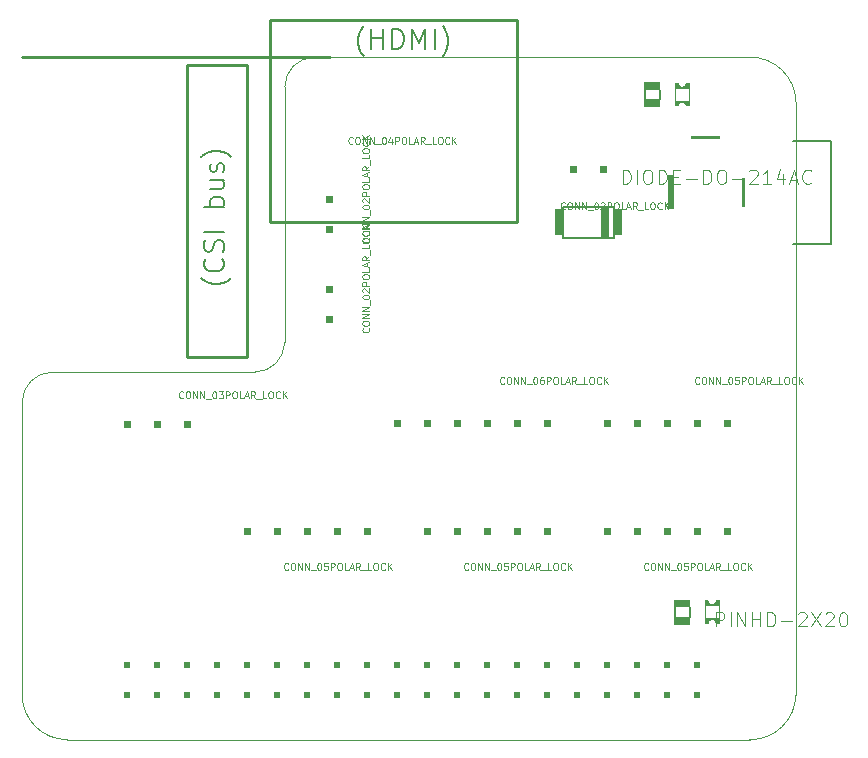
<source format=gbr>
%TF.GenerationSoftware,KiCad,Pcbnew,5.1.5+dfsg1-2~bpo10+1*%
%TF.CreationDate,2020-10-30T12:10:53+01:00*%
%TF.ProjectId,ms_auth_breakout,6d735f61-7574-4685-9f62-7265616b6f75,1.1.0*%
%TF.SameCoordinates,Original*%
%TF.FileFunction,Other,Fab,Top*%
%FSLAX46Y46*%
G04 Gerber Fmt 4.6, Leading zero omitted, Abs format (unit mm)*
G04 Created by KiCad (PCBNEW 5.1.5+dfsg1-2~bpo10+1) date 2020-10-30 12:10:53 commit 8f6b4a8*
%MOMM*%
%LPD*%
G04 APERTURE LIST*
%ADD10C,0.050000*%
%ADD11C,0.254000*%
%ADD12C,0.142240*%
%ADD13C,0.100000*%
%ADD14C,0.203200*%
%ADD15C,0.101600*%
%ADD16C,0.152400*%
%ADD17C,0.096520*%
%ADD18C,0.115824*%
G04 APERTURE END LIST*
D10*
X119557800Y-133896100D02*
G75*
G02X115747800Y-130086100I0J3810000D01*
G01*
X119557800Y-133896100D02*
X177342800Y-133896100D01*
X181254400Y-130086100D02*
G75*
G02X177342800Y-133896100I-3860800J50800D01*
G01*
X181254400Y-130086100D02*
X181254400Y-79921100D01*
X177342800Y-76111100D02*
G75*
G02X181254400Y-79921100I50800J-3860800D01*
G01*
X177342800Y-76111100D02*
X140512800Y-76111100D01*
X137972800Y-78651100D02*
G75*
G02X140512800Y-76111100I2540000J0D01*
G01*
X137972800Y-78651100D02*
X137972800Y-100241100D01*
X135432800Y-102781100D02*
G75*
G03X137972800Y-100241100I0J2540000D01*
G01*
X135432800Y-102781100D02*
X118287800Y-102781100D01*
X115747800Y-105321100D02*
G75*
G02X118287800Y-102781100I2540000J0D01*
G01*
X115747800Y-105321100D02*
X115747800Y-130086100D01*
D11*
X157657800Y-72936100D02*
X157657800Y-90081100D01*
X157657800Y-90081100D02*
X136702800Y-90081100D01*
X136702800Y-90081100D02*
X136702800Y-72936100D01*
X136702800Y-72936100D02*
X157657800Y-72936100D01*
D12*
X144665022Y-76039133D02*
X144584589Y-75958700D01*
X144423722Y-75717400D01*
X144343289Y-75556533D01*
X144262856Y-75315233D01*
X144182422Y-74913066D01*
X144182422Y-74591333D01*
X144262856Y-74189166D01*
X144343289Y-73947866D01*
X144423722Y-73787000D01*
X144584589Y-73545700D01*
X144665022Y-73465266D01*
X145308489Y-75395666D02*
X145308489Y-73706566D01*
X145308489Y-74510900D02*
X146273689Y-74510900D01*
X146273689Y-75395666D02*
X146273689Y-73706566D01*
X147078022Y-75395666D02*
X147078022Y-73706566D01*
X147480189Y-73706566D01*
X147721489Y-73787000D01*
X147882356Y-73947866D01*
X147962789Y-74108733D01*
X148043222Y-74430466D01*
X148043222Y-74671766D01*
X147962789Y-74993500D01*
X147882356Y-75154366D01*
X147721489Y-75315233D01*
X147480189Y-75395666D01*
X147078022Y-75395666D01*
X148767122Y-75395666D02*
X148767122Y-73706566D01*
X149330156Y-74913066D01*
X149893189Y-73706566D01*
X149893189Y-75395666D01*
X150697522Y-75395666D02*
X150697522Y-73706566D01*
X151340989Y-76039133D02*
X151421422Y-75958700D01*
X151582289Y-75717400D01*
X151662722Y-75556533D01*
X151743156Y-75315233D01*
X151823589Y-74913066D01*
X151823589Y-74591333D01*
X151743156Y-74189166D01*
X151662722Y-73947866D01*
X151582289Y-73787000D01*
X151421422Y-73545700D01*
X151340989Y-73465266D01*
D11*
X134797800Y-76746100D02*
X134797800Y-101511100D01*
X134797800Y-101511100D02*
X129717800Y-101511100D01*
X129717800Y-101511100D02*
X129717800Y-76746100D01*
X129717800Y-76746100D02*
X134797800Y-76746100D01*
D12*
X133455833Y-94818877D02*
X133375400Y-94899310D01*
X133134100Y-95060177D01*
X132973233Y-95140610D01*
X132731933Y-95221044D01*
X132329766Y-95301477D01*
X132008033Y-95301477D01*
X131605866Y-95221044D01*
X131364566Y-95140610D01*
X131203700Y-95060177D01*
X130962400Y-94899310D01*
X130881966Y-94818877D01*
X132651500Y-93210210D02*
X132731933Y-93290644D01*
X132812366Y-93531944D01*
X132812366Y-93692810D01*
X132731933Y-93934110D01*
X132571066Y-94094977D01*
X132410200Y-94175410D01*
X132088466Y-94255844D01*
X131847166Y-94255844D01*
X131525433Y-94175410D01*
X131364566Y-94094977D01*
X131203700Y-93934110D01*
X131123266Y-93692810D01*
X131123266Y-93531944D01*
X131203700Y-93290644D01*
X131284133Y-93210210D01*
X132731933Y-92566744D02*
X132812366Y-92325444D01*
X132812366Y-91923277D01*
X132731933Y-91762410D01*
X132651500Y-91681977D01*
X132490633Y-91601544D01*
X132329766Y-91601544D01*
X132168900Y-91681977D01*
X132088466Y-91762410D01*
X132008033Y-91923277D01*
X131927600Y-92245010D01*
X131847166Y-92405877D01*
X131766733Y-92486310D01*
X131605866Y-92566744D01*
X131445000Y-92566744D01*
X131284133Y-92486310D01*
X131203700Y-92405877D01*
X131123266Y-92245010D01*
X131123266Y-91842844D01*
X131203700Y-91601544D01*
X132812366Y-90877644D02*
X131123266Y-90877644D01*
X132812366Y-88786377D02*
X131123266Y-88786377D01*
X131766733Y-88786377D02*
X131686300Y-88625510D01*
X131686300Y-88303777D01*
X131766733Y-88142910D01*
X131847166Y-88062477D01*
X132008033Y-87982044D01*
X132490633Y-87982044D01*
X132651500Y-88062477D01*
X132731933Y-88142910D01*
X132812366Y-88303777D01*
X132812366Y-88625510D01*
X132731933Y-88786377D01*
X131686300Y-86534244D02*
X132812366Y-86534244D01*
X131686300Y-87258144D02*
X132571066Y-87258144D01*
X132731933Y-87177710D01*
X132812366Y-87016844D01*
X132812366Y-86775544D01*
X132731933Y-86614677D01*
X132651500Y-86534244D01*
X132731933Y-85810344D02*
X132812366Y-85649477D01*
X132812366Y-85327744D01*
X132731933Y-85166877D01*
X132571066Y-85086444D01*
X132490633Y-85086444D01*
X132329766Y-85166877D01*
X132249333Y-85327744D01*
X132249333Y-85569044D01*
X132168900Y-85729910D01*
X132008033Y-85810344D01*
X131927600Y-85810344D01*
X131766733Y-85729910D01*
X131686300Y-85569044D01*
X131686300Y-85327744D01*
X131766733Y-85166877D01*
X133455833Y-84523410D02*
X133375400Y-84442977D01*
X133134100Y-84282110D01*
X132973233Y-84201677D01*
X132731933Y-84121244D01*
X132329766Y-84040810D01*
X132008033Y-84040810D01*
X131605866Y-84121244D01*
X131364566Y-84201677D01*
X131203700Y-84282110D01*
X130962400Y-84442977D01*
X130881966Y-84523410D01*
D11*
X141782800Y-76111100D02*
X115747800Y-76111100D01*
D13*
G36*
X124891800Y-127292100D02*
G01*
X124383800Y-127292100D01*
X124383800Y-127800100D01*
X124891800Y-127800100D01*
X124891800Y-127292100D01*
G37*
G36*
X124891800Y-129832100D02*
G01*
X124383800Y-129832100D01*
X124383800Y-130340100D01*
X124891800Y-130340100D01*
X124891800Y-129832100D01*
G37*
G36*
X127431800Y-127292100D02*
G01*
X126923800Y-127292100D01*
X126923800Y-127800100D01*
X127431800Y-127800100D01*
X127431800Y-127292100D01*
G37*
G36*
X127431800Y-129832100D02*
G01*
X126923800Y-129832100D01*
X126923800Y-130340100D01*
X127431800Y-130340100D01*
X127431800Y-129832100D01*
G37*
G36*
X129971800Y-127292100D02*
G01*
X129463800Y-127292100D01*
X129463800Y-127800100D01*
X129971800Y-127800100D01*
X129971800Y-127292100D01*
G37*
G36*
X129971800Y-129832100D02*
G01*
X129463800Y-129832100D01*
X129463800Y-130340100D01*
X129971800Y-130340100D01*
X129971800Y-129832100D01*
G37*
G36*
X132511800Y-127292100D02*
G01*
X132003800Y-127292100D01*
X132003800Y-127800100D01*
X132511800Y-127800100D01*
X132511800Y-127292100D01*
G37*
G36*
X132511800Y-129832100D02*
G01*
X132003800Y-129832100D01*
X132003800Y-130340100D01*
X132511800Y-130340100D01*
X132511800Y-129832100D01*
G37*
G36*
X135051800Y-127292100D02*
G01*
X134543800Y-127292100D01*
X134543800Y-127800100D01*
X135051800Y-127800100D01*
X135051800Y-127292100D01*
G37*
G36*
X135051800Y-129832100D02*
G01*
X134543800Y-129832100D01*
X134543800Y-130340100D01*
X135051800Y-130340100D01*
X135051800Y-129832100D01*
G37*
G36*
X137591800Y-127292100D02*
G01*
X137083800Y-127292100D01*
X137083800Y-127800100D01*
X137591800Y-127800100D01*
X137591800Y-127292100D01*
G37*
G36*
X137591800Y-129832100D02*
G01*
X137083800Y-129832100D01*
X137083800Y-130340100D01*
X137591800Y-130340100D01*
X137591800Y-129832100D01*
G37*
G36*
X140131800Y-127292100D02*
G01*
X139623800Y-127292100D01*
X139623800Y-127800100D01*
X140131800Y-127800100D01*
X140131800Y-127292100D01*
G37*
G36*
X140131800Y-129832100D02*
G01*
X139623800Y-129832100D01*
X139623800Y-130340100D01*
X140131800Y-130340100D01*
X140131800Y-129832100D01*
G37*
G36*
X142671800Y-127292100D02*
G01*
X142163800Y-127292100D01*
X142163800Y-127800100D01*
X142671800Y-127800100D01*
X142671800Y-127292100D01*
G37*
G36*
X142671800Y-129832100D02*
G01*
X142163800Y-129832100D01*
X142163800Y-130340100D01*
X142671800Y-130340100D01*
X142671800Y-129832100D01*
G37*
G36*
X145211800Y-127292100D02*
G01*
X144703800Y-127292100D01*
X144703800Y-127800100D01*
X145211800Y-127800100D01*
X145211800Y-127292100D01*
G37*
G36*
X145211800Y-129832100D02*
G01*
X144703800Y-129832100D01*
X144703800Y-130340100D01*
X145211800Y-130340100D01*
X145211800Y-129832100D01*
G37*
G36*
X147751800Y-127292100D02*
G01*
X147243800Y-127292100D01*
X147243800Y-127800100D01*
X147751800Y-127800100D01*
X147751800Y-127292100D01*
G37*
G36*
X147751800Y-129832100D02*
G01*
X147243800Y-129832100D01*
X147243800Y-130340100D01*
X147751800Y-130340100D01*
X147751800Y-129832100D01*
G37*
G36*
X150291800Y-127292100D02*
G01*
X149783800Y-127292100D01*
X149783800Y-127800100D01*
X150291800Y-127800100D01*
X150291800Y-127292100D01*
G37*
G36*
X150291800Y-129832100D02*
G01*
X149783800Y-129832100D01*
X149783800Y-130340100D01*
X150291800Y-130340100D01*
X150291800Y-129832100D01*
G37*
G36*
X152831800Y-127292100D02*
G01*
X152323800Y-127292100D01*
X152323800Y-127800100D01*
X152831800Y-127800100D01*
X152831800Y-127292100D01*
G37*
G36*
X152831800Y-129832100D02*
G01*
X152323800Y-129832100D01*
X152323800Y-130340100D01*
X152831800Y-130340100D01*
X152831800Y-129832100D01*
G37*
G36*
X155371800Y-127292100D02*
G01*
X154863800Y-127292100D01*
X154863800Y-127800100D01*
X155371800Y-127800100D01*
X155371800Y-127292100D01*
G37*
G36*
X155371800Y-129832100D02*
G01*
X154863800Y-129832100D01*
X154863800Y-130340100D01*
X155371800Y-130340100D01*
X155371800Y-129832100D01*
G37*
G36*
X157911800Y-127292100D02*
G01*
X157403800Y-127292100D01*
X157403800Y-127800100D01*
X157911800Y-127800100D01*
X157911800Y-127292100D01*
G37*
G36*
X157911800Y-129832100D02*
G01*
X157403800Y-129832100D01*
X157403800Y-130340100D01*
X157911800Y-130340100D01*
X157911800Y-129832100D01*
G37*
G36*
X160451800Y-127292100D02*
G01*
X159943800Y-127292100D01*
X159943800Y-127800100D01*
X160451800Y-127800100D01*
X160451800Y-127292100D01*
G37*
G36*
X162991800Y-127292100D02*
G01*
X162483800Y-127292100D01*
X162483800Y-127800100D01*
X162991800Y-127800100D01*
X162991800Y-127292100D01*
G37*
G36*
X165531800Y-127292100D02*
G01*
X165023800Y-127292100D01*
X165023800Y-127800100D01*
X165531800Y-127800100D01*
X165531800Y-127292100D01*
G37*
G36*
X160451800Y-129832100D02*
G01*
X159943800Y-129832100D01*
X159943800Y-130340100D01*
X160451800Y-130340100D01*
X160451800Y-129832100D01*
G37*
G36*
X162991800Y-129832100D02*
G01*
X162483800Y-129832100D01*
X162483800Y-130340100D01*
X162991800Y-130340100D01*
X162991800Y-129832100D01*
G37*
G36*
X165531800Y-129832100D02*
G01*
X165023800Y-129832100D01*
X165023800Y-130340100D01*
X165531800Y-130340100D01*
X165531800Y-129832100D01*
G37*
G36*
X168071800Y-127292100D02*
G01*
X167563800Y-127292100D01*
X167563800Y-127800100D01*
X168071800Y-127800100D01*
X168071800Y-127292100D01*
G37*
G36*
X168071800Y-129832100D02*
G01*
X167563800Y-129832100D01*
X167563800Y-130340100D01*
X168071800Y-130340100D01*
X168071800Y-129832100D01*
G37*
G36*
X170611800Y-127292100D02*
G01*
X170103800Y-127292100D01*
X170103800Y-127800100D01*
X170611800Y-127800100D01*
X170611800Y-127292100D01*
G37*
G36*
X170611800Y-129832100D02*
G01*
X170103800Y-129832100D01*
X170103800Y-130340100D01*
X170611800Y-130340100D01*
X170611800Y-129832100D01*
G37*
G36*
X173151800Y-129832100D02*
G01*
X172643800Y-129832100D01*
X172643800Y-130340100D01*
X173151800Y-130340100D01*
X173151800Y-129832100D01*
G37*
G36*
X173151800Y-127292100D02*
G01*
X172643800Y-127292100D01*
X172643800Y-127800100D01*
X173151800Y-127800100D01*
X173151800Y-127292100D01*
G37*
G36*
X164668200Y-85928200D02*
G01*
X165252400Y-85928200D01*
X165252400Y-85344000D01*
X164668200Y-85344000D01*
X164668200Y-85928200D01*
G37*
G36*
X162128200Y-85928200D02*
G01*
X162712400Y-85928200D01*
X162712400Y-85344000D01*
X162128200Y-85344000D01*
X162128200Y-85928200D01*
G37*
G36*
X165440300Y-88856100D02*
G01*
X164765300Y-88856100D01*
X164765300Y-91306100D01*
X165440300Y-91306100D01*
X165440300Y-88856100D01*
G37*
G36*
X160865300Y-91181100D02*
G01*
X161515300Y-91181100D01*
X161515300Y-88981100D01*
X160865300Y-88981100D01*
X160865300Y-91181100D01*
G37*
G36*
X166515300Y-88981100D02*
G01*
X165865300Y-88981100D01*
X165865300Y-91181100D01*
X166515300Y-91181100D01*
X166515300Y-88981100D01*
G37*
D14*
X165840300Y-88781100D02*
X165840300Y-91381100D01*
X161540300Y-88781100D02*
X165840300Y-88781100D01*
X161540300Y-91381100D02*
X161540300Y-88781100D01*
X165840300Y-91381100D02*
X161540300Y-91381100D01*
D13*
G36*
X171002800Y-78361100D02*
G01*
X171277800Y-78361100D01*
X171277800Y-78286100D01*
X171002800Y-78286100D01*
X171002800Y-78361100D01*
G37*
G36*
X171027800Y-78786100D02*
G01*
X171327800Y-78786100D01*
X171327800Y-78486100D01*
X171027800Y-78486100D01*
X171027800Y-78786100D01*
G37*
G36*
X171427800Y-79961100D02*
G01*
X171827800Y-79961100D01*
X171827800Y-79786100D01*
X171427800Y-79786100D01*
X171427800Y-79961100D01*
G37*
G36*
X171302800Y-80036100D02*
G01*
X171452800Y-80036100D01*
X171452800Y-79786100D01*
X171302800Y-79786100D01*
X171302800Y-80036100D01*
G37*
G36*
X171802800Y-80036100D02*
G01*
X171952800Y-80036100D01*
X171952800Y-79786100D01*
X171802800Y-79786100D01*
X171802800Y-80036100D01*
G37*
G36*
X171002800Y-80286100D02*
G01*
X171327800Y-80286100D01*
X171327800Y-79786100D01*
X171002800Y-79786100D01*
X171002800Y-80286100D01*
G37*
G36*
X171927800Y-80286100D02*
G01*
X172252800Y-80286100D01*
X172252800Y-79786100D01*
X171927800Y-79786100D01*
X171927800Y-80286100D01*
G37*
G36*
X171427800Y-78786100D02*
G01*
X171827800Y-78786100D01*
X171827800Y-78611100D01*
X171427800Y-78611100D01*
X171427800Y-78786100D01*
G37*
G36*
X171802800Y-78786100D02*
G01*
X171952800Y-78786100D01*
X171952800Y-78536100D01*
X171802800Y-78536100D01*
X171802800Y-78786100D01*
G37*
G36*
X171302800Y-78786100D02*
G01*
X171452800Y-78786100D01*
X171452800Y-78536100D01*
X171302800Y-78536100D01*
X171302800Y-78786100D01*
G37*
G36*
X171927800Y-78786100D02*
G01*
X172252800Y-78786100D01*
X172252800Y-78286100D01*
X171927800Y-78286100D01*
X171927800Y-78786100D01*
G37*
D15*
X171280800Y-78436100D02*
G75*
G03X171280800Y-78436100I-103000J0D01*
G01*
X171052800Y-79786100D02*
X171052800Y-78361100D01*
X172202800Y-78761100D02*
X172202800Y-79811100D01*
X171977800Y-80236098D02*
G75*
G03X171277800Y-80236100I-350000J-26001D01*
G01*
X171977800Y-78336102D02*
G75*
G02X171277800Y-78336100I-350000J26001D01*
G01*
D13*
G36*
X173542800Y-122176100D02*
G01*
X173817800Y-122176100D01*
X173817800Y-122101100D01*
X173542800Y-122101100D01*
X173542800Y-122176100D01*
G37*
G36*
X173567800Y-122601100D02*
G01*
X173867800Y-122601100D01*
X173867800Y-122301100D01*
X173567800Y-122301100D01*
X173567800Y-122601100D01*
G37*
G36*
X173967800Y-123776100D02*
G01*
X174367800Y-123776100D01*
X174367800Y-123601100D01*
X173967800Y-123601100D01*
X173967800Y-123776100D01*
G37*
G36*
X173842800Y-123851100D02*
G01*
X173992800Y-123851100D01*
X173992800Y-123601100D01*
X173842800Y-123601100D01*
X173842800Y-123851100D01*
G37*
G36*
X174342800Y-123851100D02*
G01*
X174492800Y-123851100D01*
X174492800Y-123601100D01*
X174342800Y-123601100D01*
X174342800Y-123851100D01*
G37*
G36*
X173542800Y-124101100D02*
G01*
X173867800Y-124101100D01*
X173867800Y-123601100D01*
X173542800Y-123601100D01*
X173542800Y-124101100D01*
G37*
G36*
X174467800Y-124101100D02*
G01*
X174792800Y-124101100D01*
X174792800Y-123601100D01*
X174467800Y-123601100D01*
X174467800Y-124101100D01*
G37*
G36*
X173967800Y-122601100D02*
G01*
X174367800Y-122601100D01*
X174367800Y-122426100D01*
X173967800Y-122426100D01*
X173967800Y-122601100D01*
G37*
G36*
X174342800Y-122601100D02*
G01*
X174492800Y-122601100D01*
X174492800Y-122351100D01*
X174342800Y-122351100D01*
X174342800Y-122601100D01*
G37*
G36*
X173842800Y-122601100D02*
G01*
X173992800Y-122601100D01*
X173992800Y-122351100D01*
X173842800Y-122351100D01*
X173842800Y-122601100D01*
G37*
G36*
X174467800Y-122601100D02*
G01*
X174792800Y-122601100D01*
X174792800Y-122101100D01*
X174467800Y-122101100D01*
X174467800Y-122601100D01*
G37*
D15*
X173820800Y-122251100D02*
G75*
G03X173820800Y-122251100I-103000J0D01*
G01*
X173592800Y-123601100D02*
X173592800Y-122176100D01*
X174742800Y-122576100D02*
X174742800Y-123626100D01*
X174517800Y-124051098D02*
G75*
G03X173817800Y-124051100I-350000J-26001D01*
G01*
X174517800Y-122151102D02*
G75*
G02X173817800Y-122151100I-350000J26001D01*
G01*
D13*
G36*
X170929300Y-122034300D02*
G01*
X170929300Y-122684300D01*
X172329300Y-122684300D01*
X172329300Y-122034300D01*
X170929300Y-122034300D01*
G37*
G36*
X170929300Y-123507500D02*
G01*
X170929300Y-124157500D01*
X172329300Y-124157500D01*
X172329300Y-123507500D01*
X170929300Y-123507500D01*
G37*
D16*
X170992800Y-122691100D02*
X170992800Y-123511100D01*
X172262800Y-122691100D02*
X172262800Y-123511100D01*
D13*
G36*
X168389300Y-78219300D02*
G01*
X168389300Y-78869300D01*
X169789300Y-78869300D01*
X169789300Y-78219300D01*
X168389300Y-78219300D01*
G37*
G36*
X168389300Y-79692500D02*
G01*
X168389300Y-80342500D01*
X169789300Y-80342500D01*
X169789300Y-79692500D01*
X168389300Y-79692500D01*
G37*
D16*
X168452800Y-78876100D02*
X168452800Y-79696100D01*
X169722800Y-78876100D02*
X169722800Y-79696100D01*
D13*
G36*
X175145700Y-116535200D02*
G01*
X175729900Y-116535200D01*
X175729900Y-115951000D01*
X175145700Y-115951000D01*
X175145700Y-116535200D01*
G37*
G36*
X172605700Y-116535200D02*
G01*
X173189900Y-116535200D01*
X173189900Y-115951000D01*
X172605700Y-115951000D01*
X172605700Y-116535200D01*
G37*
G36*
X170065700Y-116535200D02*
G01*
X170649900Y-116535200D01*
X170649900Y-115951000D01*
X170065700Y-115951000D01*
X170065700Y-116535200D01*
G37*
G36*
X167525700Y-116535200D02*
G01*
X168109900Y-116535200D01*
X168109900Y-115951000D01*
X167525700Y-115951000D01*
X167525700Y-116535200D01*
G37*
G36*
X164985700Y-116535200D02*
G01*
X165569900Y-116535200D01*
X165569900Y-115951000D01*
X164985700Y-115951000D01*
X164985700Y-116535200D01*
G37*
G36*
X159905700Y-116535200D02*
G01*
X160489900Y-116535200D01*
X160489900Y-115951000D01*
X159905700Y-115951000D01*
X159905700Y-116535200D01*
G37*
G36*
X157365700Y-116535200D02*
G01*
X157949900Y-116535200D01*
X157949900Y-115951000D01*
X157365700Y-115951000D01*
X157365700Y-116535200D01*
G37*
G36*
X154825700Y-116535200D02*
G01*
X155409900Y-116535200D01*
X155409900Y-115951000D01*
X154825700Y-115951000D01*
X154825700Y-116535200D01*
G37*
G36*
X152285700Y-116535200D02*
G01*
X152869900Y-116535200D01*
X152869900Y-115951000D01*
X152285700Y-115951000D01*
X152285700Y-116535200D01*
G37*
G36*
X149745700Y-116535200D02*
G01*
X150329900Y-116535200D01*
X150329900Y-115951000D01*
X149745700Y-115951000D01*
X149745700Y-116535200D01*
G37*
G36*
X144665700Y-116535200D02*
G01*
X145249900Y-116535200D01*
X145249900Y-115951000D01*
X144665700Y-115951000D01*
X144665700Y-116535200D01*
G37*
G36*
X142125700Y-116535200D02*
G01*
X142709900Y-116535200D01*
X142709900Y-115951000D01*
X142125700Y-115951000D01*
X142125700Y-116535200D01*
G37*
G36*
X139585700Y-116535200D02*
G01*
X140169900Y-116535200D01*
X140169900Y-115951000D01*
X139585700Y-115951000D01*
X139585700Y-116535200D01*
G37*
G36*
X137045700Y-116535200D02*
G01*
X137629900Y-116535200D01*
X137629900Y-115951000D01*
X137045700Y-115951000D01*
X137045700Y-116535200D01*
G37*
G36*
X134505700Y-116535200D02*
G01*
X135089900Y-116535200D01*
X135089900Y-115951000D01*
X134505700Y-115951000D01*
X134505700Y-116535200D01*
G37*
G36*
X165569900Y-106807000D02*
G01*
X164985700Y-106807000D01*
X164985700Y-107391200D01*
X165569900Y-107391200D01*
X165569900Y-106807000D01*
G37*
G36*
X168109900Y-106807000D02*
G01*
X167525700Y-106807000D01*
X167525700Y-107391200D01*
X168109900Y-107391200D01*
X168109900Y-106807000D01*
G37*
G36*
X170649900Y-106807000D02*
G01*
X170065700Y-106807000D01*
X170065700Y-107391200D01*
X170649900Y-107391200D01*
X170649900Y-106807000D01*
G37*
G36*
X173189900Y-106807000D02*
G01*
X172605700Y-106807000D01*
X172605700Y-107391200D01*
X173189900Y-107391200D01*
X173189900Y-106807000D01*
G37*
G36*
X175729900Y-106807000D02*
G01*
X175145700Y-106807000D01*
X175145700Y-107391200D01*
X175729900Y-107391200D01*
X175729900Y-106807000D01*
G37*
G36*
X124929900Y-106934000D02*
G01*
X124345700Y-106934000D01*
X124345700Y-107518200D01*
X124929900Y-107518200D01*
X124929900Y-106934000D01*
G37*
G36*
X127469900Y-106934000D02*
G01*
X126885700Y-106934000D01*
X126885700Y-107518200D01*
X127469900Y-107518200D01*
X127469900Y-106934000D01*
G37*
G36*
X130009900Y-106934000D02*
G01*
X129425700Y-106934000D01*
X129425700Y-107518200D01*
X130009900Y-107518200D01*
X130009900Y-106934000D01*
G37*
G36*
X172415200Y-82791300D02*
G01*
X172415200Y-83070700D01*
X174853600Y-83070700D01*
X174853600Y-82791300D01*
X172415200Y-82791300D01*
G37*
G36*
X176936400Y-86321900D02*
G01*
X176657000Y-86321900D01*
X176657000Y-88760300D01*
X176936400Y-88760300D01*
X176936400Y-86321900D01*
G37*
G36*
X170916600Y-86067900D02*
G01*
X170459400Y-86067900D01*
X170459400Y-88988900D01*
X170916600Y-88988900D01*
X170916600Y-86067900D01*
G37*
D14*
X184227800Y-83193500D02*
X184227800Y-91888700D01*
X184227800Y-83193500D02*
X181048400Y-83193500D01*
X181048400Y-91888700D02*
X184227800Y-91888700D01*
D13*
G36*
X142074900Y-96088200D02*
G01*
X142074900Y-95504000D01*
X141490700Y-95504000D01*
X141490700Y-96088200D01*
X142074900Y-96088200D01*
G37*
G36*
X142074900Y-98628200D02*
G01*
X142074900Y-98044000D01*
X141490700Y-98044000D01*
X141490700Y-98628200D01*
X142074900Y-98628200D01*
G37*
G36*
X142074900Y-88468200D02*
G01*
X142074900Y-87884000D01*
X141490700Y-87884000D01*
X141490700Y-88468200D01*
X142074900Y-88468200D01*
G37*
G36*
X142074900Y-91008200D02*
G01*
X142074900Y-90424000D01*
X141490700Y-90424000D01*
X141490700Y-91008200D01*
X142074900Y-91008200D01*
G37*
G36*
X147789900Y-106807000D02*
G01*
X147205700Y-106807000D01*
X147205700Y-107391200D01*
X147789900Y-107391200D01*
X147789900Y-106807000D01*
G37*
G36*
X150329900Y-106807000D02*
G01*
X149745700Y-106807000D01*
X149745700Y-107391200D01*
X150329900Y-107391200D01*
X150329900Y-106807000D01*
G37*
G36*
X152869900Y-106807000D02*
G01*
X152285700Y-106807000D01*
X152285700Y-107391200D01*
X152869900Y-107391200D01*
X152869900Y-106807000D01*
G37*
G36*
X155409900Y-106807000D02*
G01*
X154825700Y-106807000D01*
X154825700Y-107391200D01*
X155409900Y-107391200D01*
X155409900Y-106807000D01*
G37*
G36*
X157949900Y-106807000D02*
G01*
X157365700Y-106807000D01*
X157365700Y-107391200D01*
X157949900Y-107391200D01*
X157949900Y-106807000D01*
G37*
G36*
X160489900Y-106807000D02*
G01*
X159905700Y-106807000D01*
X159905700Y-107391200D01*
X160489900Y-107391200D01*
X160489900Y-106807000D01*
G37*
D17*
X174517799Y-124313647D02*
X174517799Y-123107147D01*
X174977418Y-123107147D01*
X175092323Y-123164600D01*
X175149776Y-123222052D01*
X175207228Y-123336957D01*
X175207228Y-123509314D01*
X175149776Y-123624219D01*
X175092323Y-123681671D01*
X174977418Y-123739123D01*
X174517799Y-123739123D01*
X175724299Y-124313647D02*
X175724299Y-123107147D01*
X176298823Y-124313647D02*
X176298823Y-123107147D01*
X176988252Y-124313647D01*
X176988252Y-123107147D01*
X177562776Y-124313647D02*
X177562776Y-123107147D01*
X177562776Y-123681671D02*
X178252204Y-123681671D01*
X178252204Y-124313647D02*
X178252204Y-123107147D01*
X178826728Y-124313647D02*
X178826728Y-123107147D01*
X179113990Y-123107147D01*
X179286347Y-123164600D01*
X179401252Y-123279504D01*
X179458704Y-123394409D01*
X179516157Y-123624219D01*
X179516157Y-123796576D01*
X179458704Y-124026385D01*
X179401252Y-124141290D01*
X179286347Y-124256195D01*
X179113990Y-124313647D01*
X178826728Y-124313647D01*
X180033228Y-123854028D02*
X180952466Y-123854028D01*
X181469538Y-123222052D02*
X181526990Y-123164600D01*
X181641895Y-123107147D01*
X181929157Y-123107147D01*
X182044061Y-123164600D01*
X182101514Y-123222052D01*
X182158966Y-123336957D01*
X182158966Y-123451861D01*
X182101514Y-123624219D01*
X181412085Y-124313647D01*
X182158966Y-124313647D01*
X182561133Y-123107147D02*
X183365466Y-124313647D01*
X183365466Y-123107147D02*
X182561133Y-124313647D01*
X183767633Y-123222052D02*
X183825085Y-123164600D01*
X183939990Y-123107147D01*
X184227252Y-123107147D01*
X184342157Y-123164600D01*
X184399609Y-123222052D01*
X184457061Y-123336957D01*
X184457061Y-123451861D01*
X184399609Y-123624219D01*
X183710180Y-124313647D01*
X184457061Y-124313647D01*
X185203942Y-123107147D02*
X185318847Y-123107147D01*
X185433752Y-123164600D01*
X185491204Y-123222052D01*
X185548657Y-123336957D01*
X185606109Y-123566766D01*
X185606109Y-123854028D01*
X185548657Y-124083838D01*
X185491204Y-124198742D01*
X185433752Y-124256195D01*
X185318847Y-124313647D01*
X185203942Y-124313647D01*
X185089038Y-124256195D01*
X185031585Y-124198742D01*
X184974133Y-124083838D01*
X184916680Y-123854028D01*
X184916680Y-123566766D01*
X184974133Y-123336957D01*
X185031585Y-123222052D01*
X185089038Y-123164600D01*
X185203942Y-123107147D01*
D18*
X161694397Y-88926488D02*
X161666819Y-88954065D01*
X161584088Y-88981642D01*
X161528934Y-88981642D01*
X161446202Y-88954065D01*
X161391048Y-88898911D01*
X161363471Y-88843757D01*
X161335894Y-88733448D01*
X161335894Y-88650717D01*
X161363471Y-88540408D01*
X161391048Y-88485254D01*
X161446202Y-88430100D01*
X161528934Y-88402522D01*
X161584088Y-88402522D01*
X161666819Y-88430100D01*
X161694397Y-88457677D01*
X162052899Y-88402522D02*
X162163208Y-88402522D01*
X162218362Y-88430100D01*
X162273517Y-88485254D01*
X162301094Y-88595562D01*
X162301094Y-88788602D01*
X162273517Y-88898911D01*
X162218362Y-88954065D01*
X162163208Y-88981642D01*
X162052899Y-88981642D01*
X161997745Y-88954065D01*
X161942591Y-88898911D01*
X161915014Y-88788602D01*
X161915014Y-88595562D01*
X161942591Y-88485254D01*
X161997745Y-88430100D01*
X162052899Y-88402522D01*
X162549288Y-88981642D02*
X162549288Y-88402522D01*
X162880214Y-88981642D01*
X162880214Y-88402522D01*
X163155985Y-88981642D02*
X163155985Y-88402522D01*
X163486911Y-88981642D01*
X163486911Y-88402522D01*
X163624797Y-89036797D02*
X164066031Y-89036797D01*
X164314225Y-88402522D02*
X164369379Y-88402522D01*
X164424534Y-88430100D01*
X164452111Y-88457677D01*
X164479688Y-88512831D01*
X164507265Y-88623140D01*
X164507265Y-88761025D01*
X164479688Y-88871334D01*
X164452111Y-88926488D01*
X164424534Y-88954065D01*
X164369379Y-88981642D01*
X164314225Y-88981642D01*
X164259071Y-88954065D01*
X164231494Y-88926488D01*
X164203917Y-88871334D01*
X164176339Y-88761025D01*
X164176339Y-88623140D01*
X164203917Y-88512831D01*
X164231494Y-88457677D01*
X164259071Y-88430100D01*
X164314225Y-88402522D01*
X164727882Y-88457677D02*
X164755459Y-88430100D01*
X164810614Y-88402522D01*
X164948499Y-88402522D01*
X165003654Y-88430100D01*
X165031231Y-88457677D01*
X165058808Y-88512831D01*
X165058808Y-88567985D01*
X165031231Y-88650717D01*
X164700305Y-88981642D01*
X165058808Y-88981642D01*
X165307002Y-88981642D02*
X165307002Y-88402522D01*
X165527619Y-88402522D01*
X165582774Y-88430100D01*
X165610351Y-88457677D01*
X165637928Y-88512831D01*
X165637928Y-88595562D01*
X165610351Y-88650717D01*
X165582774Y-88678294D01*
X165527619Y-88705871D01*
X165307002Y-88705871D01*
X165996431Y-88402522D02*
X166106739Y-88402522D01*
X166161894Y-88430100D01*
X166217048Y-88485254D01*
X166244625Y-88595562D01*
X166244625Y-88788602D01*
X166217048Y-88898911D01*
X166161894Y-88954065D01*
X166106739Y-88981642D01*
X165996431Y-88981642D01*
X165941277Y-88954065D01*
X165886122Y-88898911D01*
X165858545Y-88788602D01*
X165858545Y-88595562D01*
X165886122Y-88485254D01*
X165941277Y-88430100D01*
X165996431Y-88402522D01*
X166768591Y-88981642D02*
X166492819Y-88981642D01*
X166492819Y-88402522D01*
X166934054Y-88816180D02*
X167209825Y-88816180D01*
X166878899Y-88981642D02*
X167071939Y-88402522D01*
X167264979Y-88981642D01*
X167788945Y-88981642D02*
X167595905Y-88705871D01*
X167458019Y-88981642D02*
X167458019Y-88402522D01*
X167678637Y-88402522D01*
X167733791Y-88430100D01*
X167761368Y-88457677D01*
X167788945Y-88512831D01*
X167788945Y-88595562D01*
X167761368Y-88650717D01*
X167733791Y-88678294D01*
X167678637Y-88705871D01*
X167458019Y-88705871D01*
X167899254Y-89036797D02*
X168340488Y-89036797D01*
X168754145Y-88981642D02*
X168478374Y-88981642D01*
X168478374Y-88402522D01*
X169057494Y-88402522D02*
X169167802Y-88402522D01*
X169222957Y-88430100D01*
X169278111Y-88485254D01*
X169305688Y-88595562D01*
X169305688Y-88788602D01*
X169278111Y-88898911D01*
X169222957Y-88954065D01*
X169167802Y-88981642D01*
X169057494Y-88981642D01*
X169002339Y-88954065D01*
X168947185Y-88898911D01*
X168919608Y-88788602D01*
X168919608Y-88595562D01*
X168947185Y-88485254D01*
X169002339Y-88430100D01*
X169057494Y-88402522D01*
X169884808Y-88926488D02*
X169857231Y-88954065D01*
X169774499Y-88981642D01*
X169719345Y-88981642D01*
X169636614Y-88954065D01*
X169581459Y-88898911D01*
X169553882Y-88843757D01*
X169526305Y-88733448D01*
X169526305Y-88650717D01*
X169553882Y-88540408D01*
X169581459Y-88485254D01*
X169636614Y-88430100D01*
X169719345Y-88402522D01*
X169774499Y-88402522D01*
X169857231Y-88430100D01*
X169884808Y-88457677D01*
X170133002Y-88981642D02*
X170133002Y-88402522D01*
X170463928Y-88981642D02*
X170215734Y-88650717D01*
X170463928Y-88402522D02*
X170133002Y-88733448D01*
D17*
X166580299Y-86848647D02*
X166580299Y-85642147D01*
X166867561Y-85642147D01*
X167039918Y-85699600D01*
X167154823Y-85814504D01*
X167212276Y-85929409D01*
X167269728Y-86159219D01*
X167269728Y-86331576D01*
X167212276Y-86561385D01*
X167154823Y-86676290D01*
X167039918Y-86791195D01*
X166867561Y-86848647D01*
X166580299Y-86848647D01*
X167786799Y-86848647D02*
X167786799Y-85642147D01*
X168591133Y-85642147D02*
X168820942Y-85642147D01*
X168935847Y-85699600D01*
X169050752Y-85814504D01*
X169108204Y-86044314D01*
X169108204Y-86446480D01*
X169050752Y-86676290D01*
X168935847Y-86791195D01*
X168820942Y-86848647D01*
X168591133Y-86848647D01*
X168476228Y-86791195D01*
X168361323Y-86676290D01*
X168303871Y-86446480D01*
X168303871Y-86044314D01*
X168361323Y-85814504D01*
X168476228Y-85699600D01*
X168591133Y-85642147D01*
X169625276Y-86848647D02*
X169625276Y-85642147D01*
X169912538Y-85642147D01*
X170084895Y-85699600D01*
X170199799Y-85814504D01*
X170257252Y-85929409D01*
X170314704Y-86159219D01*
X170314704Y-86331576D01*
X170257252Y-86561385D01*
X170199799Y-86676290D01*
X170084895Y-86791195D01*
X169912538Y-86848647D01*
X169625276Y-86848647D01*
X170831776Y-86216671D02*
X171233942Y-86216671D01*
X171406299Y-86848647D02*
X170831776Y-86848647D01*
X170831776Y-85642147D01*
X171406299Y-85642147D01*
X171923371Y-86389028D02*
X172842609Y-86389028D01*
X173417133Y-86848647D02*
X173417133Y-85642147D01*
X173704395Y-85642147D01*
X173876752Y-85699600D01*
X173991657Y-85814504D01*
X174049109Y-85929409D01*
X174106561Y-86159219D01*
X174106561Y-86331576D01*
X174049109Y-86561385D01*
X173991657Y-86676290D01*
X173876752Y-86791195D01*
X173704395Y-86848647D01*
X173417133Y-86848647D01*
X174853442Y-85642147D02*
X175083252Y-85642147D01*
X175198157Y-85699600D01*
X175313061Y-85814504D01*
X175370514Y-86044314D01*
X175370514Y-86446480D01*
X175313061Y-86676290D01*
X175198157Y-86791195D01*
X175083252Y-86848647D01*
X174853442Y-86848647D01*
X174738538Y-86791195D01*
X174623633Y-86676290D01*
X174566180Y-86446480D01*
X174566180Y-86044314D01*
X174623633Y-85814504D01*
X174738538Y-85699600D01*
X174853442Y-85642147D01*
X175887585Y-86389028D02*
X176806823Y-86389028D01*
X177323895Y-85757052D02*
X177381347Y-85699600D01*
X177496252Y-85642147D01*
X177783514Y-85642147D01*
X177898418Y-85699600D01*
X177955871Y-85757052D01*
X178013323Y-85871957D01*
X178013323Y-85986861D01*
X177955871Y-86159219D01*
X177266442Y-86848647D01*
X178013323Y-86848647D01*
X179162371Y-86848647D02*
X178472942Y-86848647D01*
X178817657Y-86848647D02*
X178817657Y-85642147D01*
X178702752Y-85814504D01*
X178587847Y-85929409D01*
X178472942Y-85986861D01*
X180196514Y-86044314D02*
X180196514Y-86848647D01*
X179909252Y-85584695D02*
X179621990Y-86446480D01*
X180368871Y-86446480D01*
X180771038Y-86503933D02*
X181345561Y-86503933D01*
X180656133Y-86848647D02*
X181058299Y-85642147D01*
X181460466Y-86848647D01*
X182552061Y-86733742D02*
X182494609Y-86791195D01*
X182322252Y-86848647D01*
X182207347Y-86848647D01*
X182034990Y-86791195D01*
X181920085Y-86676290D01*
X181862633Y-86561385D01*
X181805180Y-86331576D01*
X181805180Y-86159219D01*
X181862633Y-85929409D01*
X181920085Y-85814504D01*
X182034990Y-85699600D01*
X182207347Y-85642147D01*
X182322252Y-85642147D01*
X182494609Y-85699600D01*
X182552061Y-85757052D01*
D18*
X168742897Y-119462368D02*
X168715319Y-119489945D01*
X168632588Y-119517522D01*
X168577434Y-119517522D01*
X168494702Y-119489945D01*
X168439548Y-119434791D01*
X168411971Y-119379637D01*
X168384394Y-119269328D01*
X168384394Y-119186597D01*
X168411971Y-119076288D01*
X168439548Y-119021134D01*
X168494702Y-118965980D01*
X168577434Y-118938402D01*
X168632588Y-118938402D01*
X168715319Y-118965980D01*
X168742897Y-118993557D01*
X169101399Y-118938402D02*
X169211708Y-118938402D01*
X169266862Y-118965980D01*
X169322017Y-119021134D01*
X169349594Y-119131442D01*
X169349594Y-119324482D01*
X169322017Y-119434791D01*
X169266862Y-119489945D01*
X169211708Y-119517522D01*
X169101399Y-119517522D01*
X169046245Y-119489945D01*
X168991091Y-119434791D01*
X168963514Y-119324482D01*
X168963514Y-119131442D01*
X168991091Y-119021134D01*
X169046245Y-118965980D01*
X169101399Y-118938402D01*
X169597788Y-119517522D02*
X169597788Y-118938402D01*
X169928714Y-119517522D01*
X169928714Y-118938402D01*
X170204485Y-119517522D02*
X170204485Y-118938402D01*
X170535411Y-119517522D01*
X170535411Y-118938402D01*
X170673297Y-119572677D02*
X171114531Y-119572677D01*
X171362725Y-118938402D02*
X171417879Y-118938402D01*
X171473034Y-118965980D01*
X171500611Y-118993557D01*
X171528188Y-119048711D01*
X171555765Y-119159020D01*
X171555765Y-119296905D01*
X171528188Y-119407214D01*
X171500611Y-119462368D01*
X171473034Y-119489945D01*
X171417879Y-119517522D01*
X171362725Y-119517522D01*
X171307571Y-119489945D01*
X171279994Y-119462368D01*
X171252417Y-119407214D01*
X171224839Y-119296905D01*
X171224839Y-119159020D01*
X171252417Y-119048711D01*
X171279994Y-118993557D01*
X171307571Y-118965980D01*
X171362725Y-118938402D01*
X172079731Y-118938402D02*
X171803959Y-118938402D01*
X171776382Y-119214174D01*
X171803959Y-119186597D01*
X171859114Y-119159020D01*
X171996999Y-119159020D01*
X172052154Y-119186597D01*
X172079731Y-119214174D01*
X172107308Y-119269328D01*
X172107308Y-119407214D01*
X172079731Y-119462368D01*
X172052154Y-119489945D01*
X171996999Y-119517522D01*
X171859114Y-119517522D01*
X171803959Y-119489945D01*
X171776382Y-119462368D01*
X172355502Y-119517522D02*
X172355502Y-118938402D01*
X172576119Y-118938402D01*
X172631274Y-118965980D01*
X172658851Y-118993557D01*
X172686428Y-119048711D01*
X172686428Y-119131442D01*
X172658851Y-119186597D01*
X172631274Y-119214174D01*
X172576119Y-119241751D01*
X172355502Y-119241751D01*
X173044931Y-118938402D02*
X173155239Y-118938402D01*
X173210394Y-118965980D01*
X173265548Y-119021134D01*
X173293125Y-119131442D01*
X173293125Y-119324482D01*
X173265548Y-119434791D01*
X173210394Y-119489945D01*
X173155239Y-119517522D01*
X173044931Y-119517522D01*
X172989777Y-119489945D01*
X172934622Y-119434791D01*
X172907045Y-119324482D01*
X172907045Y-119131442D01*
X172934622Y-119021134D01*
X172989777Y-118965980D01*
X173044931Y-118938402D01*
X173817091Y-119517522D02*
X173541319Y-119517522D01*
X173541319Y-118938402D01*
X173982554Y-119352060D02*
X174258325Y-119352060D01*
X173927399Y-119517522D02*
X174120439Y-118938402D01*
X174313479Y-119517522D01*
X174837445Y-119517522D02*
X174644405Y-119241751D01*
X174506519Y-119517522D02*
X174506519Y-118938402D01*
X174727137Y-118938402D01*
X174782291Y-118965980D01*
X174809868Y-118993557D01*
X174837445Y-119048711D01*
X174837445Y-119131442D01*
X174809868Y-119186597D01*
X174782291Y-119214174D01*
X174727137Y-119241751D01*
X174506519Y-119241751D01*
X174947754Y-119572677D02*
X175388988Y-119572677D01*
X175802645Y-119517522D02*
X175526874Y-119517522D01*
X175526874Y-118938402D01*
X176105994Y-118938402D02*
X176216302Y-118938402D01*
X176271457Y-118965980D01*
X176326611Y-119021134D01*
X176354188Y-119131442D01*
X176354188Y-119324482D01*
X176326611Y-119434791D01*
X176271457Y-119489945D01*
X176216302Y-119517522D01*
X176105994Y-119517522D01*
X176050839Y-119489945D01*
X175995685Y-119434791D01*
X175968108Y-119324482D01*
X175968108Y-119131442D01*
X175995685Y-119021134D01*
X176050839Y-118965980D01*
X176105994Y-118938402D01*
X176933308Y-119462368D02*
X176905731Y-119489945D01*
X176822999Y-119517522D01*
X176767845Y-119517522D01*
X176685114Y-119489945D01*
X176629959Y-119434791D01*
X176602382Y-119379637D01*
X176574805Y-119269328D01*
X176574805Y-119186597D01*
X176602382Y-119076288D01*
X176629959Y-119021134D01*
X176685114Y-118965980D01*
X176767845Y-118938402D01*
X176822999Y-118938402D01*
X176905731Y-118965980D01*
X176933308Y-118993557D01*
X177181502Y-119517522D02*
X177181502Y-118938402D01*
X177512428Y-119517522D02*
X177264234Y-119186597D01*
X177512428Y-118938402D02*
X177181502Y-119269328D01*
X153502897Y-119462368D02*
X153475319Y-119489945D01*
X153392588Y-119517522D01*
X153337434Y-119517522D01*
X153254702Y-119489945D01*
X153199548Y-119434791D01*
X153171971Y-119379637D01*
X153144394Y-119269328D01*
X153144394Y-119186597D01*
X153171971Y-119076288D01*
X153199548Y-119021134D01*
X153254702Y-118965980D01*
X153337434Y-118938402D01*
X153392588Y-118938402D01*
X153475319Y-118965980D01*
X153502897Y-118993557D01*
X153861399Y-118938402D02*
X153971708Y-118938402D01*
X154026862Y-118965980D01*
X154082017Y-119021134D01*
X154109594Y-119131442D01*
X154109594Y-119324482D01*
X154082017Y-119434791D01*
X154026862Y-119489945D01*
X153971708Y-119517522D01*
X153861399Y-119517522D01*
X153806245Y-119489945D01*
X153751091Y-119434791D01*
X153723514Y-119324482D01*
X153723514Y-119131442D01*
X153751091Y-119021134D01*
X153806245Y-118965980D01*
X153861399Y-118938402D01*
X154357788Y-119517522D02*
X154357788Y-118938402D01*
X154688714Y-119517522D01*
X154688714Y-118938402D01*
X154964485Y-119517522D02*
X154964485Y-118938402D01*
X155295411Y-119517522D01*
X155295411Y-118938402D01*
X155433297Y-119572677D02*
X155874531Y-119572677D01*
X156122725Y-118938402D02*
X156177879Y-118938402D01*
X156233034Y-118965980D01*
X156260611Y-118993557D01*
X156288188Y-119048711D01*
X156315765Y-119159020D01*
X156315765Y-119296905D01*
X156288188Y-119407214D01*
X156260611Y-119462368D01*
X156233034Y-119489945D01*
X156177879Y-119517522D01*
X156122725Y-119517522D01*
X156067571Y-119489945D01*
X156039994Y-119462368D01*
X156012417Y-119407214D01*
X155984839Y-119296905D01*
X155984839Y-119159020D01*
X156012417Y-119048711D01*
X156039994Y-118993557D01*
X156067571Y-118965980D01*
X156122725Y-118938402D01*
X156839731Y-118938402D02*
X156563959Y-118938402D01*
X156536382Y-119214174D01*
X156563959Y-119186597D01*
X156619114Y-119159020D01*
X156756999Y-119159020D01*
X156812154Y-119186597D01*
X156839731Y-119214174D01*
X156867308Y-119269328D01*
X156867308Y-119407214D01*
X156839731Y-119462368D01*
X156812154Y-119489945D01*
X156756999Y-119517522D01*
X156619114Y-119517522D01*
X156563959Y-119489945D01*
X156536382Y-119462368D01*
X157115502Y-119517522D02*
X157115502Y-118938402D01*
X157336119Y-118938402D01*
X157391274Y-118965980D01*
X157418851Y-118993557D01*
X157446428Y-119048711D01*
X157446428Y-119131442D01*
X157418851Y-119186597D01*
X157391274Y-119214174D01*
X157336119Y-119241751D01*
X157115502Y-119241751D01*
X157804931Y-118938402D02*
X157915239Y-118938402D01*
X157970394Y-118965980D01*
X158025548Y-119021134D01*
X158053125Y-119131442D01*
X158053125Y-119324482D01*
X158025548Y-119434791D01*
X157970394Y-119489945D01*
X157915239Y-119517522D01*
X157804931Y-119517522D01*
X157749777Y-119489945D01*
X157694622Y-119434791D01*
X157667045Y-119324482D01*
X157667045Y-119131442D01*
X157694622Y-119021134D01*
X157749777Y-118965980D01*
X157804931Y-118938402D01*
X158577091Y-119517522D02*
X158301319Y-119517522D01*
X158301319Y-118938402D01*
X158742554Y-119352060D02*
X159018325Y-119352060D01*
X158687399Y-119517522D02*
X158880439Y-118938402D01*
X159073479Y-119517522D01*
X159597445Y-119517522D02*
X159404405Y-119241751D01*
X159266519Y-119517522D02*
X159266519Y-118938402D01*
X159487137Y-118938402D01*
X159542291Y-118965980D01*
X159569868Y-118993557D01*
X159597445Y-119048711D01*
X159597445Y-119131442D01*
X159569868Y-119186597D01*
X159542291Y-119214174D01*
X159487137Y-119241751D01*
X159266519Y-119241751D01*
X159707754Y-119572677D02*
X160148988Y-119572677D01*
X160562645Y-119517522D02*
X160286874Y-119517522D01*
X160286874Y-118938402D01*
X160865994Y-118938402D02*
X160976302Y-118938402D01*
X161031457Y-118965980D01*
X161086611Y-119021134D01*
X161114188Y-119131442D01*
X161114188Y-119324482D01*
X161086611Y-119434791D01*
X161031457Y-119489945D01*
X160976302Y-119517522D01*
X160865994Y-119517522D01*
X160810839Y-119489945D01*
X160755685Y-119434791D01*
X160728108Y-119324482D01*
X160728108Y-119131442D01*
X160755685Y-119021134D01*
X160810839Y-118965980D01*
X160865994Y-118938402D01*
X161693308Y-119462368D02*
X161665731Y-119489945D01*
X161582999Y-119517522D01*
X161527845Y-119517522D01*
X161445114Y-119489945D01*
X161389959Y-119434791D01*
X161362382Y-119379637D01*
X161334805Y-119269328D01*
X161334805Y-119186597D01*
X161362382Y-119076288D01*
X161389959Y-119021134D01*
X161445114Y-118965980D01*
X161527845Y-118938402D01*
X161582999Y-118938402D01*
X161665731Y-118965980D01*
X161693308Y-118993557D01*
X161941502Y-119517522D02*
X161941502Y-118938402D01*
X162272428Y-119517522D02*
X162024234Y-119186597D01*
X162272428Y-118938402D02*
X161941502Y-119269328D01*
X138262897Y-119462368D02*
X138235319Y-119489945D01*
X138152588Y-119517522D01*
X138097434Y-119517522D01*
X138014702Y-119489945D01*
X137959548Y-119434791D01*
X137931971Y-119379637D01*
X137904394Y-119269328D01*
X137904394Y-119186597D01*
X137931971Y-119076288D01*
X137959548Y-119021134D01*
X138014702Y-118965980D01*
X138097434Y-118938402D01*
X138152588Y-118938402D01*
X138235319Y-118965980D01*
X138262897Y-118993557D01*
X138621399Y-118938402D02*
X138731708Y-118938402D01*
X138786862Y-118965980D01*
X138842017Y-119021134D01*
X138869594Y-119131442D01*
X138869594Y-119324482D01*
X138842017Y-119434791D01*
X138786862Y-119489945D01*
X138731708Y-119517522D01*
X138621399Y-119517522D01*
X138566245Y-119489945D01*
X138511091Y-119434791D01*
X138483514Y-119324482D01*
X138483514Y-119131442D01*
X138511091Y-119021134D01*
X138566245Y-118965980D01*
X138621399Y-118938402D01*
X139117788Y-119517522D02*
X139117788Y-118938402D01*
X139448714Y-119517522D01*
X139448714Y-118938402D01*
X139724485Y-119517522D02*
X139724485Y-118938402D01*
X140055411Y-119517522D01*
X140055411Y-118938402D01*
X140193297Y-119572677D02*
X140634531Y-119572677D01*
X140882725Y-118938402D02*
X140937879Y-118938402D01*
X140993034Y-118965980D01*
X141020611Y-118993557D01*
X141048188Y-119048711D01*
X141075765Y-119159020D01*
X141075765Y-119296905D01*
X141048188Y-119407214D01*
X141020611Y-119462368D01*
X140993034Y-119489945D01*
X140937879Y-119517522D01*
X140882725Y-119517522D01*
X140827571Y-119489945D01*
X140799994Y-119462368D01*
X140772417Y-119407214D01*
X140744839Y-119296905D01*
X140744839Y-119159020D01*
X140772417Y-119048711D01*
X140799994Y-118993557D01*
X140827571Y-118965980D01*
X140882725Y-118938402D01*
X141599731Y-118938402D02*
X141323959Y-118938402D01*
X141296382Y-119214174D01*
X141323959Y-119186597D01*
X141379114Y-119159020D01*
X141516999Y-119159020D01*
X141572154Y-119186597D01*
X141599731Y-119214174D01*
X141627308Y-119269328D01*
X141627308Y-119407214D01*
X141599731Y-119462368D01*
X141572154Y-119489945D01*
X141516999Y-119517522D01*
X141379114Y-119517522D01*
X141323959Y-119489945D01*
X141296382Y-119462368D01*
X141875502Y-119517522D02*
X141875502Y-118938402D01*
X142096119Y-118938402D01*
X142151274Y-118965980D01*
X142178851Y-118993557D01*
X142206428Y-119048711D01*
X142206428Y-119131442D01*
X142178851Y-119186597D01*
X142151274Y-119214174D01*
X142096119Y-119241751D01*
X141875502Y-119241751D01*
X142564931Y-118938402D02*
X142675239Y-118938402D01*
X142730394Y-118965980D01*
X142785548Y-119021134D01*
X142813125Y-119131442D01*
X142813125Y-119324482D01*
X142785548Y-119434791D01*
X142730394Y-119489945D01*
X142675239Y-119517522D01*
X142564931Y-119517522D01*
X142509777Y-119489945D01*
X142454622Y-119434791D01*
X142427045Y-119324482D01*
X142427045Y-119131442D01*
X142454622Y-119021134D01*
X142509777Y-118965980D01*
X142564931Y-118938402D01*
X143337091Y-119517522D02*
X143061319Y-119517522D01*
X143061319Y-118938402D01*
X143502554Y-119352060D02*
X143778325Y-119352060D01*
X143447399Y-119517522D02*
X143640439Y-118938402D01*
X143833479Y-119517522D01*
X144357445Y-119517522D02*
X144164405Y-119241751D01*
X144026519Y-119517522D02*
X144026519Y-118938402D01*
X144247137Y-118938402D01*
X144302291Y-118965980D01*
X144329868Y-118993557D01*
X144357445Y-119048711D01*
X144357445Y-119131442D01*
X144329868Y-119186597D01*
X144302291Y-119214174D01*
X144247137Y-119241751D01*
X144026519Y-119241751D01*
X144467754Y-119572677D02*
X144908988Y-119572677D01*
X145322645Y-119517522D02*
X145046874Y-119517522D01*
X145046874Y-118938402D01*
X145625994Y-118938402D02*
X145736302Y-118938402D01*
X145791457Y-118965980D01*
X145846611Y-119021134D01*
X145874188Y-119131442D01*
X145874188Y-119324482D01*
X145846611Y-119434791D01*
X145791457Y-119489945D01*
X145736302Y-119517522D01*
X145625994Y-119517522D01*
X145570839Y-119489945D01*
X145515685Y-119434791D01*
X145488108Y-119324482D01*
X145488108Y-119131442D01*
X145515685Y-119021134D01*
X145570839Y-118965980D01*
X145625994Y-118938402D01*
X146453308Y-119462368D02*
X146425731Y-119489945D01*
X146342999Y-119517522D01*
X146287845Y-119517522D01*
X146205114Y-119489945D01*
X146149959Y-119434791D01*
X146122382Y-119379637D01*
X146094805Y-119269328D01*
X146094805Y-119186597D01*
X146122382Y-119076288D01*
X146149959Y-119021134D01*
X146205114Y-118965980D01*
X146287845Y-118938402D01*
X146342999Y-118938402D01*
X146425731Y-118965980D01*
X146453308Y-118993557D01*
X146701502Y-119517522D02*
X146701502Y-118938402D01*
X147032428Y-119517522D02*
X146784234Y-119186597D01*
X147032428Y-118938402D02*
X146701502Y-119269328D01*
X173060897Y-103714368D02*
X173033319Y-103741945D01*
X172950588Y-103769522D01*
X172895434Y-103769522D01*
X172812702Y-103741945D01*
X172757548Y-103686791D01*
X172729971Y-103631637D01*
X172702394Y-103521328D01*
X172702394Y-103438597D01*
X172729971Y-103328288D01*
X172757548Y-103273134D01*
X172812702Y-103217980D01*
X172895434Y-103190402D01*
X172950588Y-103190402D01*
X173033319Y-103217980D01*
X173060897Y-103245557D01*
X173419399Y-103190402D02*
X173529708Y-103190402D01*
X173584862Y-103217980D01*
X173640017Y-103273134D01*
X173667594Y-103383442D01*
X173667594Y-103576482D01*
X173640017Y-103686791D01*
X173584862Y-103741945D01*
X173529708Y-103769522D01*
X173419399Y-103769522D01*
X173364245Y-103741945D01*
X173309091Y-103686791D01*
X173281514Y-103576482D01*
X173281514Y-103383442D01*
X173309091Y-103273134D01*
X173364245Y-103217980D01*
X173419399Y-103190402D01*
X173915788Y-103769522D02*
X173915788Y-103190402D01*
X174246714Y-103769522D01*
X174246714Y-103190402D01*
X174522485Y-103769522D02*
X174522485Y-103190402D01*
X174853411Y-103769522D01*
X174853411Y-103190402D01*
X174991297Y-103824677D02*
X175432531Y-103824677D01*
X175680725Y-103190402D02*
X175735879Y-103190402D01*
X175791034Y-103217980D01*
X175818611Y-103245557D01*
X175846188Y-103300711D01*
X175873765Y-103411020D01*
X175873765Y-103548905D01*
X175846188Y-103659214D01*
X175818611Y-103714368D01*
X175791034Y-103741945D01*
X175735879Y-103769522D01*
X175680725Y-103769522D01*
X175625571Y-103741945D01*
X175597994Y-103714368D01*
X175570417Y-103659214D01*
X175542839Y-103548905D01*
X175542839Y-103411020D01*
X175570417Y-103300711D01*
X175597994Y-103245557D01*
X175625571Y-103217980D01*
X175680725Y-103190402D01*
X176397731Y-103190402D02*
X176121959Y-103190402D01*
X176094382Y-103466174D01*
X176121959Y-103438597D01*
X176177114Y-103411020D01*
X176314999Y-103411020D01*
X176370154Y-103438597D01*
X176397731Y-103466174D01*
X176425308Y-103521328D01*
X176425308Y-103659214D01*
X176397731Y-103714368D01*
X176370154Y-103741945D01*
X176314999Y-103769522D01*
X176177114Y-103769522D01*
X176121959Y-103741945D01*
X176094382Y-103714368D01*
X176673502Y-103769522D02*
X176673502Y-103190402D01*
X176894119Y-103190402D01*
X176949274Y-103217980D01*
X176976851Y-103245557D01*
X177004428Y-103300711D01*
X177004428Y-103383442D01*
X176976851Y-103438597D01*
X176949274Y-103466174D01*
X176894119Y-103493751D01*
X176673502Y-103493751D01*
X177362931Y-103190402D02*
X177473239Y-103190402D01*
X177528394Y-103217980D01*
X177583548Y-103273134D01*
X177611125Y-103383442D01*
X177611125Y-103576482D01*
X177583548Y-103686791D01*
X177528394Y-103741945D01*
X177473239Y-103769522D01*
X177362931Y-103769522D01*
X177307777Y-103741945D01*
X177252622Y-103686791D01*
X177225045Y-103576482D01*
X177225045Y-103383442D01*
X177252622Y-103273134D01*
X177307777Y-103217980D01*
X177362931Y-103190402D01*
X178135091Y-103769522D02*
X177859319Y-103769522D01*
X177859319Y-103190402D01*
X178300554Y-103604060D02*
X178576325Y-103604060D01*
X178245399Y-103769522D02*
X178438439Y-103190402D01*
X178631479Y-103769522D01*
X179155445Y-103769522D02*
X178962405Y-103493751D01*
X178824519Y-103769522D02*
X178824519Y-103190402D01*
X179045137Y-103190402D01*
X179100291Y-103217980D01*
X179127868Y-103245557D01*
X179155445Y-103300711D01*
X179155445Y-103383442D01*
X179127868Y-103438597D01*
X179100291Y-103466174D01*
X179045137Y-103493751D01*
X178824519Y-103493751D01*
X179265754Y-103824677D02*
X179706988Y-103824677D01*
X180120645Y-103769522D02*
X179844874Y-103769522D01*
X179844874Y-103190402D01*
X180423994Y-103190402D02*
X180534302Y-103190402D01*
X180589457Y-103217980D01*
X180644611Y-103273134D01*
X180672188Y-103383442D01*
X180672188Y-103576482D01*
X180644611Y-103686791D01*
X180589457Y-103741945D01*
X180534302Y-103769522D01*
X180423994Y-103769522D01*
X180368839Y-103741945D01*
X180313685Y-103686791D01*
X180286108Y-103576482D01*
X180286108Y-103383442D01*
X180313685Y-103273134D01*
X180368839Y-103217980D01*
X180423994Y-103190402D01*
X181251308Y-103714368D02*
X181223731Y-103741945D01*
X181140999Y-103769522D01*
X181085845Y-103769522D01*
X181003114Y-103741945D01*
X180947959Y-103686791D01*
X180920382Y-103631637D01*
X180892805Y-103521328D01*
X180892805Y-103438597D01*
X180920382Y-103328288D01*
X180947959Y-103273134D01*
X181003114Y-103217980D01*
X181085845Y-103190402D01*
X181140999Y-103190402D01*
X181223731Y-103217980D01*
X181251308Y-103245557D01*
X181499502Y-103769522D02*
X181499502Y-103190402D01*
X181830428Y-103769522D02*
X181582234Y-103438597D01*
X181830428Y-103190402D02*
X181499502Y-103521328D01*
X129372897Y-104928488D02*
X129345319Y-104956065D01*
X129262588Y-104983642D01*
X129207434Y-104983642D01*
X129124702Y-104956065D01*
X129069548Y-104900911D01*
X129041971Y-104845757D01*
X129014394Y-104735448D01*
X129014394Y-104652717D01*
X129041971Y-104542408D01*
X129069548Y-104487254D01*
X129124702Y-104432100D01*
X129207434Y-104404522D01*
X129262588Y-104404522D01*
X129345319Y-104432100D01*
X129372897Y-104459677D01*
X129731399Y-104404522D02*
X129841708Y-104404522D01*
X129896862Y-104432100D01*
X129952017Y-104487254D01*
X129979594Y-104597562D01*
X129979594Y-104790602D01*
X129952017Y-104900911D01*
X129896862Y-104956065D01*
X129841708Y-104983642D01*
X129731399Y-104983642D01*
X129676245Y-104956065D01*
X129621091Y-104900911D01*
X129593514Y-104790602D01*
X129593514Y-104597562D01*
X129621091Y-104487254D01*
X129676245Y-104432100D01*
X129731399Y-104404522D01*
X130227788Y-104983642D02*
X130227788Y-104404522D01*
X130558714Y-104983642D01*
X130558714Y-104404522D01*
X130834485Y-104983642D02*
X130834485Y-104404522D01*
X131165411Y-104983642D01*
X131165411Y-104404522D01*
X131303297Y-105038797D02*
X131744531Y-105038797D01*
X131992725Y-104404522D02*
X132047879Y-104404522D01*
X132103034Y-104432100D01*
X132130611Y-104459677D01*
X132158188Y-104514831D01*
X132185765Y-104625140D01*
X132185765Y-104763025D01*
X132158188Y-104873334D01*
X132130611Y-104928488D01*
X132103034Y-104956065D01*
X132047879Y-104983642D01*
X131992725Y-104983642D01*
X131937571Y-104956065D01*
X131909994Y-104928488D01*
X131882417Y-104873334D01*
X131854839Y-104763025D01*
X131854839Y-104625140D01*
X131882417Y-104514831D01*
X131909994Y-104459677D01*
X131937571Y-104432100D01*
X131992725Y-104404522D01*
X132378805Y-104404522D02*
X132737308Y-104404522D01*
X132544268Y-104625140D01*
X132626999Y-104625140D01*
X132682154Y-104652717D01*
X132709731Y-104680294D01*
X132737308Y-104735448D01*
X132737308Y-104873334D01*
X132709731Y-104928488D01*
X132682154Y-104956065D01*
X132626999Y-104983642D01*
X132461537Y-104983642D01*
X132406382Y-104956065D01*
X132378805Y-104928488D01*
X132985502Y-104983642D02*
X132985502Y-104404522D01*
X133206119Y-104404522D01*
X133261274Y-104432100D01*
X133288851Y-104459677D01*
X133316428Y-104514831D01*
X133316428Y-104597562D01*
X133288851Y-104652717D01*
X133261274Y-104680294D01*
X133206119Y-104707871D01*
X132985502Y-104707871D01*
X133674931Y-104404522D02*
X133785239Y-104404522D01*
X133840394Y-104432100D01*
X133895548Y-104487254D01*
X133923125Y-104597562D01*
X133923125Y-104790602D01*
X133895548Y-104900911D01*
X133840394Y-104956065D01*
X133785239Y-104983642D01*
X133674931Y-104983642D01*
X133619777Y-104956065D01*
X133564622Y-104900911D01*
X133537045Y-104790602D01*
X133537045Y-104597562D01*
X133564622Y-104487254D01*
X133619777Y-104432100D01*
X133674931Y-104404522D01*
X134447091Y-104983642D02*
X134171319Y-104983642D01*
X134171319Y-104404522D01*
X134612554Y-104818180D02*
X134888325Y-104818180D01*
X134557399Y-104983642D02*
X134750439Y-104404522D01*
X134943479Y-104983642D01*
X135467445Y-104983642D02*
X135274405Y-104707871D01*
X135136519Y-104983642D02*
X135136519Y-104404522D01*
X135357137Y-104404522D01*
X135412291Y-104432100D01*
X135439868Y-104459677D01*
X135467445Y-104514831D01*
X135467445Y-104597562D01*
X135439868Y-104652717D01*
X135412291Y-104680294D01*
X135357137Y-104707871D01*
X135136519Y-104707871D01*
X135577754Y-105038797D02*
X136018988Y-105038797D01*
X136432645Y-104983642D02*
X136156874Y-104983642D01*
X136156874Y-104404522D01*
X136735994Y-104404522D02*
X136846302Y-104404522D01*
X136901457Y-104432100D01*
X136956611Y-104487254D01*
X136984188Y-104597562D01*
X136984188Y-104790602D01*
X136956611Y-104900911D01*
X136901457Y-104956065D01*
X136846302Y-104983642D01*
X136735994Y-104983642D01*
X136680839Y-104956065D01*
X136625685Y-104900911D01*
X136598108Y-104790602D01*
X136598108Y-104597562D01*
X136625685Y-104487254D01*
X136680839Y-104432100D01*
X136735994Y-104404522D01*
X137563308Y-104928488D02*
X137535731Y-104956065D01*
X137452999Y-104983642D01*
X137397845Y-104983642D01*
X137315114Y-104956065D01*
X137259959Y-104900911D01*
X137232382Y-104845757D01*
X137204805Y-104735448D01*
X137204805Y-104652717D01*
X137232382Y-104542408D01*
X137259959Y-104487254D01*
X137315114Y-104432100D01*
X137397845Y-104404522D01*
X137452999Y-104404522D01*
X137535731Y-104432100D01*
X137563308Y-104459677D01*
X137811502Y-104983642D02*
X137811502Y-104404522D01*
X138142428Y-104983642D02*
X137894234Y-104652717D01*
X138142428Y-104404522D02*
X137811502Y-104735448D01*
X145073188Y-99062002D02*
X145100765Y-99089580D01*
X145128342Y-99172311D01*
X145128342Y-99227465D01*
X145100765Y-99310197D01*
X145045611Y-99365351D01*
X144990457Y-99392928D01*
X144880148Y-99420505D01*
X144797417Y-99420505D01*
X144687108Y-99392928D01*
X144631954Y-99365351D01*
X144576800Y-99310197D01*
X144549222Y-99227465D01*
X144549222Y-99172311D01*
X144576800Y-99089580D01*
X144604377Y-99062002D01*
X144549222Y-98703500D02*
X144549222Y-98593191D01*
X144576800Y-98538037D01*
X144631954Y-98482882D01*
X144742262Y-98455305D01*
X144935302Y-98455305D01*
X145045611Y-98482882D01*
X145100765Y-98538037D01*
X145128342Y-98593191D01*
X145128342Y-98703500D01*
X145100765Y-98758654D01*
X145045611Y-98813808D01*
X144935302Y-98841385D01*
X144742262Y-98841385D01*
X144631954Y-98813808D01*
X144576800Y-98758654D01*
X144549222Y-98703500D01*
X145128342Y-98207111D02*
X144549222Y-98207111D01*
X145128342Y-97876185D01*
X144549222Y-97876185D01*
X145128342Y-97600414D02*
X144549222Y-97600414D01*
X145128342Y-97269488D01*
X144549222Y-97269488D01*
X145183497Y-97131602D02*
X145183497Y-96690368D01*
X144549222Y-96442174D02*
X144549222Y-96387020D01*
X144576800Y-96331865D01*
X144604377Y-96304288D01*
X144659531Y-96276711D01*
X144769840Y-96249134D01*
X144907725Y-96249134D01*
X145018034Y-96276711D01*
X145073188Y-96304288D01*
X145100765Y-96331865D01*
X145128342Y-96387020D01*
X145128342Y-96442174D01*
X145100765Y-96497328D01*
X145073188Y-96524905D01*
X145018034Y-96552482D01*
X144907725Y-96580060D01*
X144769840Y-96580060D01*
X144659531Y-96552482D01*
X144604377Y-96524905D01*
X144576800Y-96497328D01*
X144549222Y-96442174D01*
X144604377Y-96028517D02*
X144576800Y-96000940D01*
X144549222Y-95945785D01*
X144549222Y-95807900D01*
X144576800Y-95752745D01*
X144604377Y-95725168D01*
X144659531Y-95697591D01*
X144714685Y-95697591D01*
X144797417Y-95725168D01*
X145128342Y-96056094D01*
X145128342Y-95697591D01*
X145128342Y-95449397D02*
X144549222Y-95449397D01*
X144549222Y-95228780D01*
X144576800Y-95173625D01*
X144604377Y-95146048D01*
X144659531Y-95118471D01*
X144742262Y-95118471D01*
X144797417Y-95146048D01*
X144824994Y-95173625D01*
X144852571Y-95228780D01*
X144852571Y-95449397D01*
X144549222Y-94759968D02*
X144549222Y-94649660D01*
X144576800Y-94594505D01*
X144631954Y-94539351D01*
X144742262Y-94511774D01*
X144935302Y-94511774D01*
X145045611Y-94539351D01*
X145100765Y-94594505D01*
X145128342Y-94649660D01*
X145128342Y-94759968D01*
X145100765Y-94815122D01*
X145045611Y-94870277D01*
X144935302Y-94897854D01*
X144742262Y-94897854D01*
X144631954Y-94870277D01*
X144576800Y-94815122D01*
X144549222Y-94759968D01*
X145128342Y-93987808D02*
X145128342Y-94263580D01*
X144549222Y-94263580D01*
X144962880Y-93822345D02*
X144962880Y-93546574D01*
X145128342Y-93877500D02*
X144549222Y-93684460D01*
X145128342Y-93491420D01*
X145128342Y-92967454D02*
X144852571Y-93160494D01*
X145128342Y-93298380D02*
X144549222Y-93298380D01*
X144549222Y-93077762D01*
X144576800Y-93022608D01*
X144604377Y-92995031D01*
X144659531Y-92967454D01*
X144742262Y-92967454D01*
X144797417Y-92995031D01*
X144824994Y-93022608D01*
X144852571Y-93077762D01*
X144852571Y-93298380D01*
X145183497Y-92857145D02*
X145183497Y-92415911D01*
X145128342Y-92002254D02*
X145128342Y-92278025D01*
X144549222Y-92278025D01*
X144549222Y-91698905D02*
X144549222Y-91588597D01*
X144576800Y-91533442D01*
X144631954Y-91478288D01*
X144742262Y-91450711D01*
X144935302Y-91450711D01*
X145045611Y-91478288D01*
X145100765Y-91533442D01*
X145128342Y-91588597D01*
X145128342Y-91698905D01*
X145100765Y-91754060D01*
X145045611Y-91809214D01*
X144935302Y-91836791D01*
X144742262Y-91836791D01*
X144631954Y-91809214D01*
X144576800Y-91754060D01*
X144549222Y-91698905D01*
X145073188Y-90871591D02*
X145100765Y-90899168D01*
X145128342Y-90981900D01*
X145128342Y-91037054D01*
X145100765Y-91119785D01*
X145045611Y-91174940D01*
X144990457Y-91202517D01*
X144880148Y-91230094D01*
X144797417Y-91230094D01*
X144687108Y-91202517D01*
X144631954Y-91174940D01*
X144576800Y-91119785D01*
X144549222Y-91037054D01*
X144549222Y-90981900D01*
X144576800Y-90899168D01*
X144604377Y-90871591D01*
X145128342Y-90623397D02*
X144549222Y-90623397D01*
X145128342Y-90292471D02*
X144797417Y-90540665D01*
X144549222Y-90292471D02*
X144880148Y-90623397D01*
X145073188Y-91442002D02*
X145100765Y-91469580D01*
X145128342Y-91552311D01*
X145128342Y-91607465D01*
X145100765Y-91690197D01*
X145045611Y-91745351D01*
X144990457Y-91772928D01*
X144880148Y-91800505D01*
X144797417Y-91800505D01*
X144687108Y-91772928D01*
X144631954Y-91745351D01*
X144576800Y-91690197D01*
X144549222Y-91607465D01*
X144549222Y-91552311D01*
X144576800Y-91469580D01*
X144604377Y-91442002D01*
X144549222Y-91083500D02*
X144549222Y-90973191D01*
X144576800Y-90918037D01*
X144631954Y-90862882D01*
X144742262Y-90835305D01*
X144935302Y-90835305D01*
X145045611Y-90862882D01*
X145100765Y-90918037D01*
X145128342Y-90973191D01*
X145128342Y-91083500D01*
X145100765Y-91138654D01*
X145045611Y-91193808D01*
X144935302Y-91221385D01*
X144742262Y-91221385D01*
X144631954Y-91193808D01*
X144576800Y-91138654D01*
X144549222Y-91083500D01*
X145128342Y-90587111D02*
X144549222Y-90587111D01*
X145128342Y-90256185D01*
X144549222Y-90256185D01*
X145128342Y-89980414D02*
X144549222Y-89980414D01*
X145128342Y-89649488D01*
X144549222Y-89649488D01*
X145183497Y-89511602D02*
X145183497Y-89070368D01*
X144549222Y-88822174D02*
X144549222Y-88767020D01*
X144576800Y-88711865D01*
X144604377Y-88684288D01*
X144659531Y-88656711D01*
X144769840Y-88629134D01*
X144907725Y-88629134D01*
X145018034Y-88656711D01*
X145073188Y-88684288D01*
X145100765Y-88711865D01*
X145128342Y-88767020D01*
X145128342Y-88822174D01*
X145100765Y-88877328D01*
X145073188Y-88904905D01*
X145018034Y-88932482D01*
X144907725Y-88960060D01*
X144769840Y-88960060D01*
X144659531Y-88932482D01*
X144604377Y-88904905D01*
X144576800Y-88877328D01*
X144549222Y-88822174D01*
X144604377Y-88408517D02*
X144576800Y-88380940D01*
X144549222Y-88325785D01*
X144549222Y-88187900D01*
X144576800Y-88132745D01*
X144604377Y-88105168D01*
X144659531Y-88077591D01*
X144714685Y-88077591D01*
X144797417Y-88105168D01*
X145128342Y-88436094D01*
X145128342Y-88077591D01*
X145128342Y-87829397D02*
X144549222Y-87829397D01*
X144549222Y-87608780D01*
X144576800Y-87553625D01*
X144604377Y-87526048D01*
X144659531Y-87498471D01*
X144742262Y-87498471D01*
X144797417Y-87526048D01*
X144824994Y-87553625D01*
X144852571Y-87608780D01*
X144852571Y-87829397D01*
X144549222Y-87139968D02*
X144549222Y-87029660D01*
X144576800Y-86974505D01*
X144631954Y-86919351D01*
X144742262Y-86891774D01*
X144935302Y-86891774D01*
X145045611Y-86919351D01*
X145100765Y-86974505D01*
X145128342Y-87029660D01*
X145128342Y-87139968D01*
X145100765Y-87195122D01*
X145045611Y-87250277D01*
X144935302Y-87277854D01*
X144742262Y-87277854D01*
X144631954Y-87250277D01*
X144576800Y-87195122D01*
X144549222Y-87139968D01*
X145128342Y-86367808D02*
X145128342Y-86643580D01*
X144549222Y-86643580D01*
X144962880Y-86202345D02*
X144962880Y-85926574D01*
X145128342Y-86257500D02*
X144549222Y-86064460D01*
X145128342Y-85871420D01*
X145128342Y-85347454D02*
X144852571Y-85540494D01*
X145128342Y-85678380D02*
X144549222Y-85678380D01*
X144549222Y-85457762D01*
X144576800Y-85402608D01*
X144604377Y-85375031D01*
X144659531Y-85347454D01*
X144742262Y-85347454D01*
X144797417Y-85375031D01*
X144824994Y-85402608D01*
X144852571Y-85457762D01*
X144852571Y-85678380D01*
X145183497Y-85237145D02*
X145183497Y-84795911D01*
X145128342Y-84382254D02*
X145128342Y-84658025D01*
X144549222Y-84658025D01*
X144549222Y-84078905D02*
X144549222Y-83968597D01*
X144576800Y-83913442D01*
X144631954Y-83858288D01*
X144742262Y-83830711D01*
X144935302Y-83830711D01*
X145045611Y-83858288D01*
X145100765Y-83913442D01*
X145128342Y-83968597D01*
X145128342Y-84078905D01*
X145100765Y-84134060D01*
X145045611Y-84189214D01*
X144935302Y-84216791D01*
X144742262Y-84216791D01*
X144631954Y-84189214D01*
X144576800Y-84134060D01*
X144549222Y-84078905D01*
X145073188Y-83251591D02*
X145100765Y-83279168D01*
X145128342Y-83361900D01*
X145128342Y-83417054D01*
X145100765Y-83499785D01*
X145045611Y-83554940D01*
X144990457Y-83582517D01*
X144880148Y-83610094D01*
X144797417Y-83610094D01*
X144687108Y-83582517D01*
X144631954Y-83554940D01*
X144576800Y-83499785D01*
X144549222Y-83417054D01*
X144549222Y-83361900D01*
X144576800Y-83279168D01*
X144604377Y-83251591D01*
X145128342Y-83003397D02*
X144549222Y-83003397D01*
X145128342Y-82672471D02*
X144797417Y-82920665D01*
X144549222Y-82672471D02*
X144880148Y-83003397D01*
X143723897Y-83394368D02*
X143696319Y-83421945D01*
X143613588Y-83449522D01*
X143558434Y-83449522D01*
X143475702Y-83421945D01*
X143420548Y-83366791D01*
X143392971Y-83311637D01*
X143365394Y-83201328D01*
X143365394Y-83118597D01*
X143392971Y-83008288D01*
X143420548Y-82953134D01*
X143475702Y-82897980D01*
X143558434Y-82870402D01*
X143613588Y-82870402D01*
X143696319Y-82897980D01*
X143723897Y-82925557D01*
X144082399Y-82870402D02*
X144192708Y-82870402D01*
X144247862Y-82897980D01*
X144303017Y-82953134D01*
X144330594Y-83063442D01*
X144330594Y-83256482D01*
X144303017Y-83366791D01*
X144247862Y-83421945D01*
X144192708Y-83449522D01*
X144082399Y-83449522D01*
X144027245Y-83421945D01*
X143972091Y-83366791D01*
X143944514Y-83256482D01*
X143944514Y-83063442D01*
X143972091Y-82953134D01*
X144027245Y-82897980D01*
X144082399Y-82870402D01*
X144578788Y-83449522D02*
X144578788Y-82870402D01*
X144909714Y-83449522D01*
X144909714Y-82870402D01*
X145185485Y-83449522D02*
X145185485Y-82870402D01*
X145516411Y-83449522D01*
X145516411Y-82870402D01*
X145654297Y-83504677D02*
X146095531Y-83504677D01*
X146343725Y-82870402D02*
X146398879Y-82870402D01*
X146454034Y-82897980D01*
X146481611Y-82925557D01*
X146509188Y-82980711D01*
X146536765Y-83091020D01*
X146536765Y-83228905D01*
X146509188Y-83339214D01*
X146481611Y-83394368D01*
X146454034Y-83421945D01*
X146398879Y-83449522D01*
X146343725Y-83449522D01*
X146288571Y-83421945D01*
X146260994Y-83394368D01*
X146233417Y-83339214D01*
X146205839Y-83228905D01*
X146205839Y-83091020D01*
X146233417Y-82980711D01*
X146260994Y-82925557D01*
X146288571Y-82897980D01*
X146343725Y-82870402D01*
X147033154Y-83063442D02*
X147033154Y-83449522D01*
X146895268Y-82842825D02*
X146757382Y-83256482D01*
X147115885Y-83256482D01*
X147336502Y-83449522D02*
X147336502Y-82870402D01*
X147557119Y-82870402D01*
X147612274Y-82897980D01*
X147639851Y-82925557D01*
X147667428Y-82980711D01*
X147667428Y-83063442D01*
X147639851Y-83118597D01*
X147612274Y-83146174D01*
X147557119Y-83173751D01*
X147336502Y-83173751D01*
X148025931Y-82870402D02*
X148136239Y-82870402D01*
X148191394Y-82897980D01*
X148246548Y-82953134D01*
X148274125Y-83063442D01*
X148274125Y-83256482D01*
X148246548Y-83366791D01*
X148191394Y-83421945D01*
X148136239Y-83449522D01*
X148025931Y-83449522D01*
X147970777Y-83421945D01*
X147915622Y-83366791D01*
X147888045Y-83256482D01*
X147888045Y-83063442D01*
X147915622Y-82953134D01*
X147970777Y-82897980D01*
X148025931Y-82870402D01*
X148798091Y-83449522D02*
X148522319Y-83449522D01*
X148522319Y-82870402D01*
X148963554Y-83284060D02*
X149239325Y-83284060D01*
X148908399Y-83449522D02*
X149101439Y-82870402D01*
X149294479Y-83449522D01*
X149818445Y-83449522D02*
X149625405Y-83173751D01*
X149487519Y-83449522D02*
X149487519Y-82870402D01*
X149708137Y-82870402D01*
X149763291Y-82897980D01*
X149790868Y-82925557D01*
X149818445Y-82980711D01*
X149818445Y-83063442D01*
X149790868Y-83118597D01*
X149763291Y-83146174D01*
X149708137Y-83173751D01*
X149487519Y-83173751D01*
X149928754Y-83504677D02*
X150369988Y-83504677D01*
X150783645Y-83449522D02*
X150507874Y-83449522D01*
X150507874Y-82870402D01*
X151086994Y-82870402D02*
X151197302Y-82870402D01*
X151252457Y-82897980D01*
X151307611Y-82953134D01*
X151335188Y-83063442D01*
X151335188Y-83256482D01*
X151307611Y-83366791D01*
X151252457Y-83421945D01*
X151197302Y-83449522D01*
X151086994Y-83449522D01*
X151031839Y-83421945D01*
X150976685Y-83366791D01*
X150949108Y-83256482D01*
X150949108Y-83063442D01*
X150976685Y-82953134D01*
X151031839Y-82897980D01*
X151086994Y-82870402D01*
X151914308Y-83394368D02*
X151886731Y-83421945D01*
X151803999Y-83449522D01*
X151748845Y-83449522D01*
X151666114Y-83421945D01*
X151610959Y-83366791D01*
X151583382Y-83311637D01*
X151555805Y-83201328D01*
X151555805Y-83118597D01*
X151583382Y-83008288D01*
X151610959Y-82953134D01*
X151666114Y-82897980D01*
X151748845Y-82870402D01*
X151803999Y-82870402D01*
X151886731Y-82897980D01*
X151914308Y-82925557D01*
X152162502Y-83449522D02*
X152162502Y-82870402D01*
X152493428Y-83449522D02*
X152245234Y-83118597D01*
X152493428Y-82870402D02*
X152162502Y-83201328D01*
X156550897Y-103714368D02*
X156523319Y-103741945D01*
X156440588Y-103769522D01*
X156385434Y-103769522D01*
X156302702Y-103741945D01*
X156247548Y-103686791D01*
X156219971Y-103631637D01*
X156192394Y-103521328D01*
X156192394Y-103438597D01*
X156219971Y-103328288D01*
X156247548Y-103273134D01*
X156302702Y-103217980D01*
X156385434Y-103190402D01*
X156440588Y-103190402D01*
X156523319Y-103217980D01*
X156550897Y-103245557D01*
X156909399Y-103190402D02*
X157019708Y-103190402D01*
X157074862Y-103217980D01*
X157130017Y-103273134D01*
X157157594Y-103383442D01*
X157157594Y-103576482D01*
X157130017Y-103686791D01*
X157074862Y-103741945D01*
X157019708Y-103769522D01*
X156909399Y-103769522D01*
X156854245Y-103741945D01*
X156799091Y-103686791D01*
X156771514Y-103576482D01*
X156771514Y-103383442D01*
X156799091Y-103273134D01*
X156854245Y-103217980D01*
X156909399Y-103190402D01*
X157405788Y-103769522D02*
X157405788Y-103190402D01*
X157736714Y-103769522D01*
X157736714Y-103190402D01*
X158012485Y-103769522D02*
X158012485Y-103190402D01*
X158343411Y-103769522D01*
X158343411Y-103190402D01*
X158481297Y-103824677D02*
X158922531Y-103824677D01*
X159170725Y-103190402D02*
X159225879Y-103190402D01*
X159281034Y-103217980D01*
X159308611Y-103245557D01*
X159336188Y-103300711D01*
X159363765Y-103411020D01*
X159363765Y-103548905D01*
X159336188Y-103659214D01*
X159308611Y-103714368D01*
X159281034Y-103741945D01*
X159225879Y-103769522D01*
X159170725Y-103769522D01*
X159115571Y-103741945D01*
X159087994Y-103714368D01*
X159060417Y-103659214D01*
X159032839Y-103548905D01*
X159032839Y-103411020D01*
X159060417Y-103300711D01*
X159087994Y-103245557D01*
X159115571Y-103217980D01*
X159170725Y-103190402D01*
X159860154Y-103190402D02*
X159749845Y-103190402D01*
X159694691Y-103217980D01*
X159667114Y-103245557D01*
X159611959Y-103328288D01*
X159584382Y-103438597D01*
X159584382Y-103659214D01*
X159611959Y-103714368D01*
X159639537Y-103741945D01*
X159694691Y-103769522D01*
X159804999Y-103769522D01*
X159860154Y-103741945D01*
X159887731Y-103714368D01*
X159915308Y-103659214D01*
X159915308Y-103521328D01*
X159887731Y-103466174D01*
X159860154Y-103438597D01*
X159804999Y-103411020D01*
X159694691Y-103411020D01*
X159639537Y-103438597D01*
X159611959Y-103466174D01*
X159584382Y-103521328D01*
X160163502Y-103769522D02*
X160163502Y-103190402D01*
X160384119Y-103190402D01*
X160439274Y-103217980D01*
X160466851Y-103245557D01*
X160494428Y-103300711D01*
X160494428Y-103383442D01*
X160466851Y-103438597D01*
X160439274Y-103466174D01*
X160384119Y-103493751D01*
X160163502Y-103493751D01*
X160852931Y-103190402D02*
X160963239Y-103190402D01*
X161018394Y-103217980D01*
X161073548Y-103273134D01*
X161101125Y-103383442D01*
X161101125Y-103576482D01*
X161073548Y-103686791D01*
X161018394Y-103741945D01*
X160963239Y-103769522D01*
X160852931Y-103769522D01*
X160797777Y-103741945D01*
X160742622Y-103686791D01*
X160715045Y-103576482D01*
X160715045Y-103383442D01*
X160742622Y-103273134D01*
X160797777Y-103217980D01*
X160852931Y-103190402D01*
X161625091Y-103769522D02*
X161349319Y-103769522D01*
X161349319Y-103190402D01*
X161790554Y-103604060D02*
X162066325Y-103604060D01*
X161735399Y-103769522D02*
X161928439Y-103190402D01*
X162121479Y-103769522D01*
X162645445Y-103769522D02*
X162452405Y-103493751D01*
X162314519Y-103769522D02*
X162314519Y-103190402D01*
X162535137Y-103190402D01*
X162590291Y-103217980D01*
X162617868Y-103245557D01*
X162645445Y-103300711D01*
X162645445Y-103383442D01*
X162617868Y-103438597D01*
X162590291Y-103466174D01*
X162535137Y-103493751D01*
X162314519Y-103493751D01*
X162755754Y-103824677D02*
X163196988Y-103824677D01*
X163610645Y-103769522D02*
X163334874Y-103769522D01*
X163334874Y-103190402D01*
X163913994Y-103190402D02*
X164024302Y-103190402D01*
X164079457Y-103217980D01*
X164134611Y-103273134D01*
X164162188Y-103383442D01*
X164162188Y-103576482D01*
X164134611Y-103686791D01*
X164079457Y-103741945D01*
X164024302Y-103769522D01*
X163913994Y-103769522D01*
X163858839Y-103741945D01*
X163803685Y-103686791D01*
X163776108Y-103576482D01*
X163776108Y-103383442D01*
X163803685Y-103273134D01*
X163858839Y-103217980D01*
X163913994Y-103190402D01*
X164741308Y-103714368D02*
X164713731Y-103741945D01*
X164630999Y-103769522D01*
X164575845Y-103769522D01*
X164493114Y-103741945D01*
X164437959Y-103686791D01*
X164410382Y-103631637D01*
X164382805Y-103521328D01*
X164382805Y-103438597D01*
X164410382Y-103328288D01*
X164437959Y-103273134D01*
X164493114Y-103217980D01*
X164575845Y-103190402D01*
X164630999Y-103190402D01*
X164713731Y-103217980D01*
X164741308Y-103245557D01*
X164989502Y-103769522D02*
X164989502Y-103190402D01*
X165320428Y-103769522D02*
X165072234Y-103438597D01*
X165320428Y-103190402D02*
X164989502Y-103521328D01*
M02*

</source>
